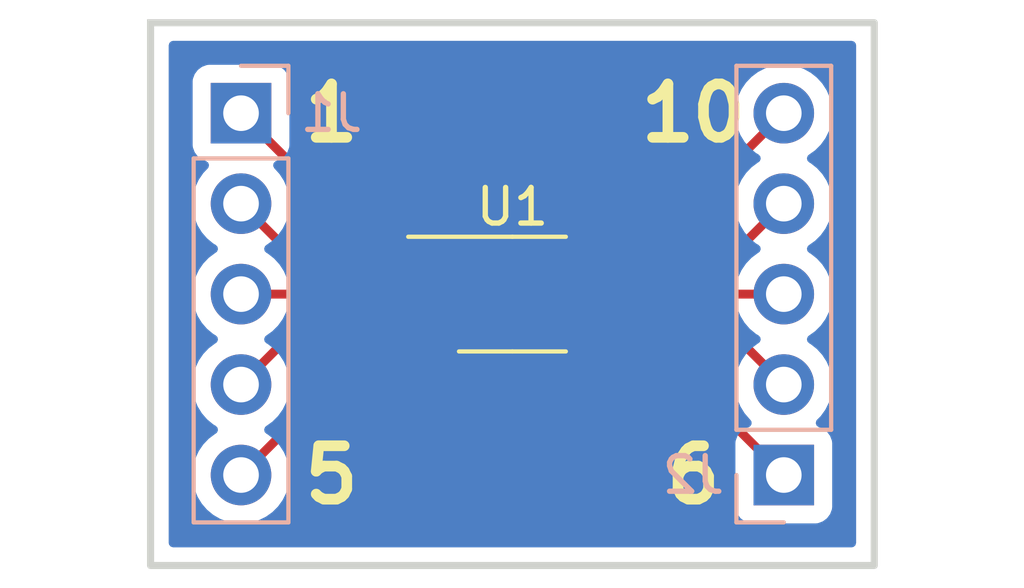
<source format=kicad_pcb>
(kicad_pcb (version 20211014) (generator pcbnew)
  (title_block (title "INA2xx Breakout Board") (date "2023-03-03") (rev "A") (company "ElektroNik Zoller") (comment 1 "Author: Nikolai Zoller") (comment 4 "License: CERN-OHL-P"))
  (layers (0 "F.Cu" signal) (31 "B.Cu" signal) (34 "B.Paste" user) (35 "F.Paste" user) (36 "B.SilkS" user "B.Silkscreen") (37 "F.SilkS" user "F.Silkscreen") (38 "B.Mask" user) (39 "F.Mask" user) (44 "Edge.Cuts" user))
  (net 0 "")
  (net 1 "A1 {slash} CS")
  (net 2 "A2 {slash} MOSI")
  (net 3 "ALERT")
  (net 4 "SDA {slash} MISO")
  (net 5 "SCL {slash} SCLK")
  (net 6 "VDD")
  (net 7 "GND")
  (net 8 "VBUS")
  (net 9 "IN-")
  (net 10 "IN+")
  (footprint "Package_SO:VSSOP-10_3x3mm_P0.5mm" (layer "F.Cu") (at 152.4 101.6)
    (fp_text reference "U1" (at 0 -2.45) (layer "F.SilkS"))
    (fp_text value "INA226")
    (fp_line (start 0 -1.61) (end -2.925 -1.61) (layer "F.SilkS") (width 0.12))
    (fp_line (start 0 1.61) (end -1.5 1.61) (layer "F.SilkS") (width 0.12))
    (fp_line (start 0 1.61) (end 1.5 1.61) (layer "F.SilkS") (width 0.12))
    (fp_line (start 0 -1.61) (end 1.5 -1.61) (layer "F.SilkS") (width 0.12))
    (pad "1" smd roundrect (at -2.2 -1) (size 1.45 0.3) (layers "F.Cu" "F.Paste" "F.Mask") (net 1 "A1 {slash} CS"))
    (pad "2" smd roundrect (at -2.2 -0.5) (size 1.45 0.3) (layers "F.Cu" "F.Paste" "F.Mask") (net 2 "A2 {slash} MOSI"))
    (pad "3" smd roundrect (at -2.2 0) (size 1.45 0.3) (layers "F.Cu" "F.Paste" "F.Mask") (net 3 "ALERT"))
    (pad "4" smd roundrect (at -2.2 0.5) (size 1.45 0.3) (layers "F.Cu" "F.Paste" "F.Mask") (net 4 "SDA {slash} MISO"))
    (pad "5" smd roundrect (at -2.2 1) (size 1.45 0.3) (layers "F.Cu" "F.Paste" "F.Mask") (net 5 "SCL {slash} SCLK"))
    (pad "6" smd roundrect (at 2.2 1) (size 1.45 0.3) (layers "F.Cu" "F.Paste" "F.Mask") (net 6 "VDD"))
    (pad "7" smd roundrect (at 2.2 0.5) (size 1.45 0.3) (layers "F.Cu" "F.Paste" "F.Mask") (net 7 "GND"))
    (pad "8" smd roundrect (at 2.2 0) (size 1.45 0.3) (layers "F.Cu" "F.Paste" "F.Mask") (net 8 "VBUS"))
    (pad "9" smd roundrect (at 2.2 -0.5) (size 1.45 0.3) (layers "F.Cu" "F.Paste" "F.Mask") (net 9 "IN-"))
    (pad "10" smd roundrect (at 2.2 -1) (size 1.45 0.3) (layers "F.Cu" "F.Paste" "F.Mask") (net 10 "IN+"))
  )
  (footprint "Connector_PinHeader_2.54mm:PinHeader_1x05_P2.54mm_Vertical" (layer "B.Cu") (at 160.02 106.68)
    (fp_text reference "J2" (at -2.54 0 180) (layer "B.SilkS") (effects (justify mirror)))
    (fp_text value "Conn_01x05_Male")
    (fp_line (start 1.33 -1.27) (end 1.33 -11.49) (layer "B.SilkS") (width 0.12))
    (fp_line (start -1.33 -1.27) (end 1.33 -1.27) (layer "B.SilkS") (width 0.12))
    (fp_line (start -1.33 -11.49) (end 1.33 -11.49) (layer "B.SilkS") (width 0.12))
    (fp_line (start -1.33 0) (end -1.33 1.33) (layer "B.SilkS") (width 0.12))
    (fp_line (start -1.33 1.33) (end 0 1.33) (layer "B.SilkS") (width 0.12))
    (fp_line (start -1.33 -1.27) (end -1.33 -11.49) (layer "B.SilkS") (width 0.12))
    (pad "1" thru_hole rect (at 0 0) (size 1.7 1.7) (drill 1) (layers *.Cu *.Mask) (net 6 "VDD"))
    (pad "2" thru_hole oval (at 0 -2.54) (size 1.7 1.7) (drill 1) (layers *.Cu *.Mask) (net 7 "GND"))
    (pad "3" thru_hole oval (at 0 -5.08) (size 1.7 1.7) (drill 1) (layers *.Cu *.Mask) (net 8 "VBUS"))
    (pad "4" thru_hole oval (at 0 -7.62) (size 1.7 1.7) (drill 1) (layers *.Cu *.Mask) (net 9 "IN-"))
    (pad "5" thru_hole oval (at 0 -10.16) (size 1.7 1.7) (drill 1) (layers *.Cu *.Mask) (net 10 "IN+"))
  )
  (footprint "drawings:elektronik-emblem_3x3.5_solder" (layer "B.Cu") (at 152.4 97.155 180)
    (fp_text reference "G***" hide)
    (fp_text value "LOGO" hide)
  )
  (footprint "Connector_PinHeader_2.54mm:PinHeader_1x05_P2.54mm_Vertical" (layer "B.Cu") (at 144.78 96.52 180)
    (fp_text reference "J1" (at -2.54 0) (layer "B.SilkS") (effects (justify mirror)))
    (fp_text value "Conn_01x05_Male")
    (fp_line (start -1.33 -11.49) (end 1.33 -11.49) (layer "B.SilkS") (width 0.12))
    (fp_line (start -1.33 -1.27) (end -1.33 -11.49) (layer "B.SilkS") (width 0.12))
    (fp_line (start 1.33 -1.27) (end 1.33 -11.49) (layer "B.SilkS") (width 0.12))
    (fp_line (start -1.33 -1.27) (end 1.33 -1.27) (layer "B.SilkS") (width 0.12))
    (fp_line (start -1.33 1.33) (end 0 1.33) (layer "B.SilkS") (width 0.12))
    (fp_line (start -1.33 0) (end -1.33 1.33) (layer "B.SilkS") (width 0.12))
    (pad "1" thru_hole rect (at 0 0 180) (size 1.7 1.7) (drill 1) (layers *.Cu *.Mask) (net 1 "A1 {slash} CS"))
    (pad "2" thru_hole oval (at 0 -2.54 180) (size 1.7 1.7) (drill 1) (layers *.Cu *.Mask) (net 2 "A2 {slash} MOSI"))
    (pad "3" thru_hole oval (at 0 -5.08 180) (size 1.7 1.7) (drill 1) (layers *.Cu *.Mask) (net 3 "ALERT"))
    (pad "4" thru_hole oval (at 0 -7.62 180) (size 1.7 1.7) (drill 1) (layers *.Cu *.Mask) (net 4 "SDA {slash} MISO"))
    (pad "5" thru_hole oval (at 0 -10.16 180) (size 1.7 1.7) (drill 1) (layers *.Cu *.Mask) (net 5 "SCL {slash} SCLK"))
  )
  (gr_rect (start 142.24 93.98) (end 162.56 109.22) (layer "Edge.Cuts") (width 0.2) (fill none))
  (gr_text "5" (at 147.32 106.68) (layer "F.SilkS") (effects (font (size 1.5 1.5) (thickness 0.3))))
  (gr_text "10" (at 157.48 96.52) (layer "F.SilkS") (effects (font (size 1.5 1.5) (thickness 0.3))))
  (gr_text "1" (at 147.32 96.52) (layer "F.SilkS") (effects (font (size 1.5 1.5) (thickness 0.3))))
  (gr_text "6" (at 157.48 106.68) (layer "F.SilkS") (effects (font (size 1.5 1.5) (thickness 0.3))))
  (segment (start 144.78 96.52) (end 148.86 100.6) (width 0.25) (layer "F.Cu") (net 1))
  (segment (start 148.86 100.6) (end 150.2 100.6) (width 0.25) (layer "F.Cu") (net 1))
  (segment (start 144.78 99.06) (end 146.82 101.1) (width 0.25) (layer "F.Cu") (net 2))
  (segment (start 146.82 101.1) (end 150.2 101.1) (width 0.25) (layer "F.Cu") (net 2))
  (segment (start 144.78 101.6) (end 150.2 101.6) (width 0.25) (layer "F.Cu") (net 3))
  (segment (start 144.78 104.14) (end 146.82 102.1) (width 0.25) (layer "F.Cu") (net 4))
  (segment (start 146.82 102.1) (end 150.2 102.1) (width 0.25) (layer "F.Cu") (net 4))
  (segment (start 144.78 106.68) (end 148.86 102.6) (width 0.25) (layer "F.Cu") (net 5))
  (segment (start 148.86 102.6) (end 150.2 102.6) (width 0.25) (layer "F.Cu") (net 5))
  (segment (start 155.94 102.6) (end 154.6 102.6) (width 0.25) (layer "F.Cu") (net 6))
  (segment (start 160.02 106.68) (end 155.94 102.6) (width 0.25) (layer "F.Cu") (net 6))
  (segment (start 157.98 102.1) (end 154.6 102.1) (width 0.25) (layer "F.Cu") (net 7))
  (segment (start 160.02 104.14) (end 157.98 102.1) (width 0.25) (layer "F.Cu") (net 7))
  (segment (start 160.02 101.6) (end 154.6 101.6) (width 0.25) (layer "F.Cu") (net 8))
  (segment (start 157.98 101.1) (end 154.6 101.1) (width 0.25) (layer "F.Cu") (net 9))
  (segment (start 160.02 99.06) (end 157.98 101.1) (width 0.25) (layer "F.Cu") (net 9))
  (segment (start 155.94 100.6) (end 154.6 100.6) (width 0.25) (layer "F.Cu") (net 10))
  (segment (start 160.02 96.52) (end 155.94 100.6) (width 0.25) (layer "F.Cu") (net 10))
  (zone (net 0) (net_name "") (layer "B.Cu") (connect_pads (clearance 0.508)) (min_thickness 0.254) (fill yes (thermal_gap 0.508) (thermal_bridge_width 0.508))
    (polygon (pts (xy 162.56 109.22) (xy 142.24 109.22) (xy 142.24 93.98) (xy 162.56 93.98)))
  )
)
</source>
